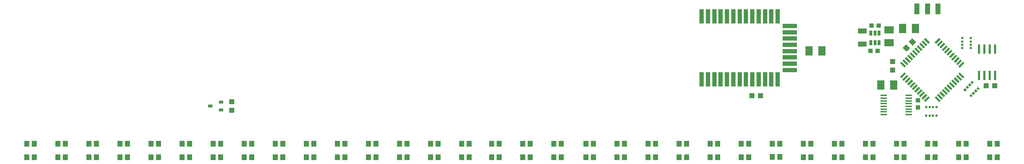
<source format=gtp>
G75*
G70*
%OFA0B0*%
%FSLAX24Y24*%
%IPPOS*%
%LPD*%
%AMOC8*
5,1,8,0,0,1.08239X$1,22.5*
%
%ADD10R,0.0197X0.0866*%
%ADD11R,0.0512X0.0472*%
%ADD12R,0.0700X0.0900*%
%ADD13R,0.0236X0.0220*%
%ADD14R,0.0220X0.0236*%
%ADD15R,0.0472X0.0512*%
%ADD16R,0.0394X0.0315*%
%ADD17R,0.0472X0.0551*%
%ADD18R,0.0472X0.0984*%
%ADD19R,0.0250X0.0500*%
%ADD20R,0.0591X0.0197*%
%ADD21R,0.0197X0.0591*%
%ADD22R,0.0900X0.0700*%
%ADD23R,0.0787X0.0472*%
%ADD24R,0.0433X0.0394*%
%ADD25R,0.0630X0.0157*%
%ADD26R,0.0394X0.1378*%
%ADD27R,0.1378X0.0394*%
%ADD28R,0.0394X0.0433*%
D10*
X090335Y013839D03*
X090831Y013839D03*
X091331Y013839D03*
X091831Y013839D03*
X091835Y016323D03*
X091335Y016323D03*
X090835Y016323D03*
X090335Y016323D03*
D11*
X082265Y015161D03*
X082265Y014361D03*
X020565Y011381D03*
X020565Y010581D03*
D12*
X074465Y016141D03*
X075665Y016141D03*
X083205Y018261D03*
X084405Y018261D03*
X082385Y012941D03*
X081185Y012941D03*
D13*
G36*
X089027Y012687D02*
X089193Y012521D01*
X089037Y012365D01*
X088871Y012531D01*
X089027Y012687D01*
G37*
G36*
X089250Y012910D02*
X089416Y012744D01*
X089260Y012588D01*
X089094Y012754D01*
X089250Y012910D01*
G37*
G36*
X089472Y013133D02*
X089638Y012967D01*
X089482Y012811D01*
X089316Y012977D01*
X089472Y013133D01*
G37*
G36*
X089695Y013355D02*
X089861Y013189D01*
X089705Y013033D01*
X089539Y013199D01*
X089695Y013355D01*
G37*
G36*
X090254Y012797D02*
X090420Y012631D01*
X090264Y012475D01*
X090098Y012641D01*
X090254Y012797D01*
G37*
G36*
X090031Y012574D02*
X090197Y012408D01*
X090041Y012252D01*
X089875Y012418D01*
X090031Y012574D01*
G37*
G36*
X089808Y012351D02*
X089974Y012185D01*
X089818Y012029D01*
X089652Y012195D01*
X089808Y012351D01*
G37*
G36*
X089585Y012129D02*
X089751Y011963D01*
X089595Y011807D01*
X089429Y011973D01*
X089585Y012129D01*
G37*
X089560Y016399D03*
X089560Y016714D03*
X089560Y017029D03*
X088770Y017029D03*
X088770Y016714D03*
X088770Y016399D03*
X088770Y017344D03*
X089560Y017344D03*
D14*
X086358Y010876D03*
X086043Y010876D03*
X085728Y010876D03*
X085413Y010876D03*
X085413Y010086D03*
X085728Y010086D03*
X086043Y010086D03*
X086358Y010086D03*
D15*
X090995Y012871D03*
X091795Y012871D03*
G36*
X083215Y016452D02*
X083548Y016785D01*
X083909Y016424D01*
X083576Y016091D01*
X083215Y016452D01*
G37*
G36*
X083781Y017018D02*
X084114Y017351D01*
X084475Y016990D01*
X084142Y016657D01*
X083781Y017018D01*
G37*
X069945Y011941D03*
X069145Y011941D03*
D16*
X019558Y011355D03*
X018574Y010981D03*
X019558Y010607D03*
D17*
X001451Y006191D03*
X002140Y006191D03*
X004351Y006191D03*
X005040Y006191D03*
X007251Y006191D03*
X007940Y006191D03*
X010151Y006191D03*
X010840Y006191D03*
X013051Y006191D03*
X013740Y006191D03*
X015951Y006191D03*
X016640Y006191D03*
X018851Y006191D03*
X019540Y006191D03*
X021751Y006191D03*
X022440Y006191D03*
X024651Y006191D03*
X025340Y006191D03*
X027551Y006191D03*
X028240Y006191D03*
X030451Y006191D03*
X031140Y006191D03*
X033351Y006191D03*
X034040Y006191D03*
X036251Y006191D03*
X036940Y006191D03*
X039151Y006191D03*
X039840Y006191D03*
X042051Y006191D03*
X042740Y006191D03*
X044851Y006191D03*
X045540Y006191D03*
X047751Y006191D03*
X048440Y006191D03*
X050651Y006191D03*
X051340Y006191D03*
X053651Y006191D03*
X054340Y006191D03*
X056551Y006191D03*
X057240Y006191D03*
X059451Y006191D03*
X060140Y006191D03*
X062351Y006191D03*
X063040Y006191D03*
X065251Y006191D03*
X065940Y006191D03*
X068151Y006191D03*
X068840Y006191D03*
X071051Y006201D03*
X071740Y006201D03*
X073951Y006191D03*
X074640Y006191D03*
X076851Y006191D03*
X077540Y006191D03*
X079751Y006191D03*
X080440Y006191D03*
X082651Y006191D03*
X083340Y006191D03*
X085551Y006191D03*
X086240Y006191D03*
X088451Y006191D03*
X089140Y006191D03*
X091351Y006191D03*
X092040Y006191D03*
X092040Y007451D03*
X091351Y007451D03*
X089140Y007451D03*
X088451Y007451D03*
X086240Y007451D03*
X085551Y007451D03*
X083340Y007451D03*
X082651Y007451D03*
X080440Y007451D03*
X079751Y007451D03*
X077540Y007451D03*
X076851Y007451D03*
X074640Y007451D03*
X073951Y007451D03*
X071740Y007461D03*
X071051Y007461D03*
X068840Y007451D03*
X068151Y007451D03*
X065940Y007451D03*
X065251Y007451D03*
X063040Y007451D03*
X062351Y007451D03*
X060140Y007451D03*
X059451Y007451D03*
X057240Y007451D03*
X056551Y007451D03*
X054340Y007451D03*
X053651Y007451D03*
X051340Y007451D03*
X050651Y007451D03*
X048440Y007451D03*
X047751Y007451D03*
X045540Y007451D03*
X044851Y007451D03*
X042740Y007451D03*
X042051Y007451D03*
X039840Y007451D03*
X039151Y007451D03*
X036940Y007451D03*
X036251Y007451D03*
X034040Y007451D03*
X033351Y007451D03*
X031140Y007451D03*
X030451Y007451D03*
X028240Y007451D03*
X027551Y007451D03*
X025340Y007451D03*
X024651Y007451D03*
X022440Y007451D03*
X021751Y007451D03*
X019540Y007451D03*
X018851Y007451D03*
X016640Y007451D03*
X015951Y007451D03*
X013740Y007451D03*
X013051Y007451D03*
X010840Y007451D03*
X010151Y007451D03*
X007940Y007451D03*
X007251Y007451D03*
X005040Y007451D03*
X004351Y007451D03*
X002140Y007451D03*
X001451Y007451D03*
D18*
X084541Y020078D03*
X085525Y020078D03*
X086509Y020078D03*
D19*
X080999Y017814D03*
X080625Y017814D03*
X080251Y017814D03*
X080251Y016908D03*
X080625Y016908D03*
X080999Y016908D03*
D20*
G36*
X086743Y017228D02*
X086327Y016812D01*
X086189Y016950D01*
X086605Y017366D01*
X086743Y017228D01*
G37*
G36*
X086966Y017006D02*
X086550Y016590D01*
X086412Y016728D01*
X086828Y017144D01*
X086966Y017006D01*
G37*
G36*
X087189Y016783D02*
X086773Y016367D01*
X086635Y016505D01*
X087051Y016921D01*
X087189Y016783D01*
G37*
G36*
X087411Y016560D02*
X086995Y016144D01*
X086857Y016282D01*
X087273Y016698D01*
X087411Y016560D01*
G37*
G36*
X087634Y016337D02*
X087218Y015921D01*
X087080Y016059D01*
X087496Y016475D01*
X087634Y016337D01*
G37*
G36*
X087857Y016115D02*
X087441Y015699D01*
X087303Y015837D01*
X087719Y016253D01*
X087857Y016115D01*
G37*
G36*
X088080Y015892D02*
X087664Y015476D01*
X087526Y015614D01*
X087942Y016030D01*
X088080Y015892D01*
G37*
G36*
X088302Y015669D02*
X087886Y015253D01*
X087748Y015391D01*
X088164Y015807D01*
X088302Y015669D01*
G37*
G36*
X088525Y015447D02*
X088109Y015031D01*
X087971Y015169D01*
X088387Y015585D01*
X088525Y015447D01*
G37*
G36*
X088748Y015224D02*
X088332Y014808D01*
X088194Y014946D01*
X088610Y015362D01*
X088748Y015224D01*
G37*
G36*
X088970Y015001D02*
X088554Y014585D01*
X088416Y014723D01*
X088832Y015139D01*
X088970Y015001D01*
G37*
G36*
X083514Y013999D02*
X083098Y013583D01*
X082960Y013721D01*
X083376Y014137D01*
X083514Y013999D01*
G37*
G36*
X083737Y013776D02*
X083321Y013360D01*
X083183Y013498D01*
X083599Y013914D01*
X083737Y013776D01*
G37*
G36*
X083959Y013554D02*
X083543Y013138D01*
X083405Y013276D01*
X083821Y013692D01*
X083959Y013554D01*
G37*
G36*
X084182Y013331D02*
X083766Y012915D01*
X083628Y013053D01*
X084044Y013469D01*
X084182Y013331D01*
G37*
G36*
X084405Y013108D02*
X083989Y012692D01*
X083851Y012830D01*
X084267Y013246D01*
X084405Y013108D01*
G37*
G36*
X084628Y012885D02*
X084212Y012469D01*
X084074Y012607D01*
X084490Y013023D01*
X084628Y012885D01*
G37*
G36*
X084850Y012663D02*
X084434Y012247D01*
X084296Y012385D01*
X084712Y012801D01*
X084850Y012663D01*
G37*
G36*
X085073Y012440D02*
X084657Y012024D01*
X084519Y012162D01*
X084935Y012578D01*
X085073Y012440D01*
G37*
G36*
X085296Y012217D02*
X084880Y011801D01*
X084742Y011939D01*
X085158Y012355D01*
X085296Y012217D01*
G37*
G36*
X085518Y011995D02*
X085102Y011579D01*
X084964Y011717D01*
X085380Y012133D01*
X085518Y011995D01*
G37*
G36*
X085741Y011772D02*
X085325Y011356D01*
X085187Y011494D01*
X085603Y011910D01*
X085741Y011772D01*
G37*
D21*
G36*
X086743Y011494D02*
X086605Y011356D01*
X086189Y011772D01*
X086327Y011910D01*
X086743Y011494D01*
G37*
G36*
X086966Y011717D02*
X086828Y011579D01*
X086412Y011995D01*
X086550Y012133D01*
X086966Y011717D01*
G37*
G36*
X087189Y011939D02*
X087051Y011801D01*
X086635Y012217D01*
X086773Y012355D01*
X087189Y011939D01*
G37*
G36*
X087411Y012162D02*
X087273Y012024D01*
X086857Y012440D01*
X086995Y012578D01*
X087411Y012162D01*
G37*
G36*
X087634Y012385D02*
X087496Y012247D01*
X087080Y012663D01*
X087218Y012801D01*
X087634Y012385D01*
G37*
G36*
X087857Y012607D02*
X087719Y012469D01*
X087303Y012885D01*
X087441Y013023D01*
X087857Y012607D01*
G37*
G36*
X088080Y012830D02*
X087942Y012692D01*
X087526Y013108D01*
X087664Y013246D01*
X088080Y012830D01*
G37*
G36*
X088302Y013053D02*
X088164Y012915D01*
X087748Y013331D01*
X087886Y013469D01*
X088302Y013053D01*
G37*
G36*
X088525Y013276D02*
X088387Y013138D01*
X087971Y013554D01*
X088109Y013692D01*
X088525Y013276D01*
G37*
G36*
X088748Y013498D02*
X088610Y013360D01*
X088194Y013776D01*
X088332Y013914D01*
X088748Y013498D01*
G37*
G36*
X088970Y013721D02*
X088832Y013583D01*
X088416Y013999D01*
X088554Y014137D01*
X088970Y013721D01*
G37*
G36*
X083737Y014946D02*
X083599Y014808D01*
X083183Y015224D01*
X083321Y015362D01*
X083737Y014946D01*
G37*
G36*
X083959Y015169D02*
X083821Y015031D01*
X083405Y015447D01*
X083543Y015585D01*
X083959Y015169D01*
G37*
G36*
X084182Y015391D02*
X084044Y015253D01*
X083628Y015669D01*
X083766Y015807D01*
X084182Y015391D01*
G37*
G36*
X084405Y015614D02*
X084267Y015476D01*
X083851Y015892D01*
X083989Y016030D01*
X084405Y015614D01*
G37*
G36*
X084628Y015837D02*
X084490Y015699D01*
X084074Y016115D01*
X084212Y016253D01*
X084628Y015837D01*
G37*
G36*
X084850Y016059D02*
X084712Y015921D01*
X084296Y016337D01*
X084434Y016475D01*
X084850Y016059D01*
G37*
G36*
X085073Y016282D02*
X084935Y016144D01*
X084519Y016560D01*
X084657Y016698D01*
X085073Y016282D01*
G37*
G36*
X085296Y016505D02*
X085158Y016367D01*
X084742Y016783D01*
X084880Y016921D01*
X085296Y016505D01*
G37*
G36*
X085518Y016728D02*
X085380Y016590D01*
X084964Y017006D01*
X085102Y017144D01*
X085518Y016728D01*
G37*
G36*
X085741Y016950D02*
X085603Y016812D01*
X085187Y017228D01*
X085325Y017366D01*
X085741Y016950D01*
G37*
G36*
X083514Y014723D02*
X083376Y014585D01*
X082960Y015001D01*
X083098Y015139D01*
X083514Y014723D01*
G37*
D22*
X081945Y016921D03*
X081945Y018121D03*
D23*
X079445Y018031D03*
X079445Y016771D03*
D24*
X080211Y016161D03*
X080880Y016161D03*
X080960Y018521D03*
X080291Y018521D03*
D25*
X081444Y011976D03*
X081444Y011721D03*
X081444Y011465D03*
X081444Y011209D03*
X081444Y010953D03*
X081444Y010697D03*
X081444Y010441D03*
X081444Y010185D03*
X083767Y010185D03*
X083767Y010441D03*
X083767Y010697D03*
X083767Y010953D03*
X083767Y011209D03*
X083767Y011465D03*
X083767Y011721D03*
X083767Y011976D03*
D26*
X071536Y013468D03*
X070946Y013468D03*
X070355Y013468D03*
X069764Y013468D03*
X069174Y013468D03*
X068583Y013468D03*
X067993Y013468D03*
X067402Y013468D03*
X066812Y013468D03*
X066221Y013468D03*
X065631Y013468D03*
X065040Y013468D03*
X064449Y013468D03*
X064449Y019373D03*
X065040Y019373D03*
X065631Y019373D03*
X066221Y019373D03*
X066812Y019373D03*
X067402Y019373D03*
X067993Y019373D03*
X068583Y019373D03*
X069174Y019373D03*
X069764Y019373D03*
X070355Y019373D03*
X070946Y019373D03*
X071536Y019373D03*
D27*
X072662Y018487D03*
X072662Y017897D03*
X072662Y017306D03*
X072662Y016716D03*
X072662Y016125D03*
X072662Y015535D03*
X072662Y014944D03*
X072662Y014354D03*
D28*
X084625Y011526D03*
X084625Y010856D03*
M02*

</source>
